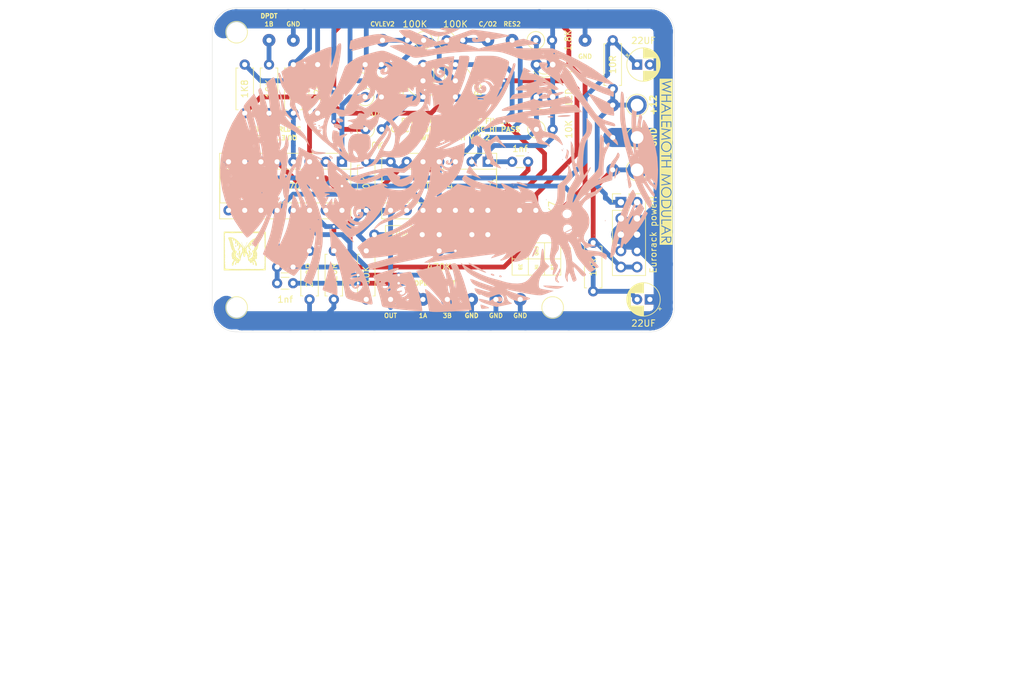
<source format=kicad_pcb>
(kicad_pcb (version 20171130) (host pcbnew "(5.1.0-0)")
  (layers (0 F.Cu signal) (31 B.Cu signal) (34 B.Paste user) (35 F.Paste user) (36 B.SilkS user hide) (37 F.SilkS user) (38 B.Mask user) (39 F.Mask user) (44 Edge.Cuts user))
  (net 0 "")
  (module TestPoint:TestPoint_Plated_Hole_D2.0mm (layer F.Cu) (at 196.85 31.75)
    (fp_text reference " " (at 0 -2.498) (layer F.SilkS))
    (fp_text value TestPoint_Plated_Hole_D2.0mm)
    (pad 1 thru_hole circle (at 0 0) (size 3 3) (drill 2) (layers *.Cu *.Mask))
  )
  (module TestPoint:TestPoint_Plated_Hole_D2.0mm (layer F.Cu) (at 196.85 74.93)
    (fp_text reference " " (at 0 -2.498) (layer F.SilkS))
    (fp_text value TestPoint_Plated_Hole_D2.0mm)
    (pad 1 thru_hole circle (at 0 0) (size 3 3) (drill 2) (layers *.Cu *.Mask))
  )
  (module TestPoint:TestPoint_Plated_Hole_D2.0mm (layer F.Cu) (at 246.38 74.93)
    (fp_text reference " " (at 0 -2.498) (layer F.SilkS))
    (fp_text value TestPoint_Plated_Hole_D2.0mm)
    (pad 1 thru_hole circle (at 0 0) (size 3 3) (drill 2) (layers *.Cu *.Mask))
  )
  (module Capacitor_THT:C_Axial_L3.8mm_D2.6mm_P7.50mm_Horizontal (layer F.Cu) (at 218.44 63.5)
    (fp_text reference 470NF (at 3.75 0) (layer F.SilkS))
    (fp_text value C_Axial_L3.8mm_D2.6mm_P7.50mm_Horizontal)
    (pad 2 thru_hole oval (at 7.5 0) (size 1.6 1.6) (drill 0.8) (layers *.Cu *.Mask))
    (pad 1 thru_hole circle (at 0 0) (size 1.6 1.6) (drill 0.8) (layers *.Cu *.Mask))
  )
  (module Custom:cigars4 (layer B.Cu) (at 228.6 53.34 90)
    (fp_text reference G*** hide)
    (fp_text value LOGO hide)
  )
  (module Connector_Wire:SolderWirePad_1x01_Drill0.8mm (layer F.Cu) (at 251.46 33.02)
    (fp_text reference GND (at 0 2.54 -180) (layer F.SilkS) (effects (font (size 0.7 0.7))))
    (fp_text value SolderWirePad_1x01_Drill0.8mm)
    (pad 1 thru_hole circle (at 0 0) (size 1.99898 1.99898) (drill 0.8001) (layers *.Cu *.Mask))
  )
  (module Connector_Wire:SolderWirePad_1x01_Drill0.8mm (layer F.Cu) (at 241.3 73.66)
    (fp_text reference GND (at 0 2.54 -180) (layer F.SilkS) (effects (font (size 0.7 0.7))))
    (fp_text value SolderWirePad_1x01_Drill0.8mm)
    (pad 1 thru_hole circle (at 0 0) (size 1.99898 1.99898) (drill 0.8001) (layers *.Cu *.Mask))
  )
  (module Connector_Wire:SolderWirePad_1x01_Drill0.8mm (layer F.Cu) (at 237.49 73.66)
    (fp_text reference GND (at 0 2.54 -180) (layer F.SilkS) (effects (font (size 0.7 0.7))))
    (fp_text value SolderWirePad_1x01_Drill0.8mm)
    (pad 1 thru_hole circle (at 0 0) (size 1.99898 1.99898) (drill 0.8001) (layers *.Cu *.Mask))
  )
  (module Connector_Wire:SolderWirePad_1x01_Drill0.8mm (layer F.Cu) (at 201.93 33.02 180)
    (fp_text reference 1B (at 0 2.54) (layer F.SilkS) (effects (font (size 0.7 0.7))))
    (fp_text value SolderWirePad_1x01_Drill0.8mm)
    (pad 1 thru_hole circle (at 0 0 180) (size 1.99898 1.99898) (drill 0.8001) (layers *.Cu *.Mask))
  )
  (module Capacitor_THT:C_Disc_D3.0mm_W1.6mm_P2.50mm (layer F.Cu) (at 203.2 71.12)
    (fp_text reference 1nf (at 1.27 2.54) (layer F.SilkS))
    (fp_text value C_Disc_D3.0mm_W1.6mm_P2.50mm)
    (pad 2 thru_hole circle (at 2.5 0) (size 1.6 1.6) (drill 0.8) (layers *.Cu *.Mask))
    (pad 1 thru_hole circle (at 0 0) (size 1.6 1.6) (drill 0.8) (layers *.Cu *.Mask))
  )
  (module Connector_Wire:SolderWirePad_1x01_Drill0.8mm (layer F.Cu) (at 229.87 73.66)
    (fp_text reference 3B (at 0 2.54 -180) (layer F.SilkS) (effects (font (size 0.7 0.7))))
    (fp_text value SolderWirePad_1x01_Drill0.8mm)
    (pad 1 thru_hole circle (at 0 0) (size 1.99898 1.99898) (drill 0.8001) (layers *.Cu *.Mask))
  )
  (module Connector_Wire:SolderWirePad_1x01_Drill0.8mm (layer F.Cu) (at 233.68 73.66)
    (fp_text reference " " (at 0 2.54 -180) (layer F.SilkS) (effects (font (size 0.7 0.7))))
    (fp_text value SolderWirePad_1x01_Drill0.8mm)
    (pad 1 thru_hole circle (at 0 0) (size 1.99898 1.99898) (drill 0.8001) (layers *.Cu *.Mask))
  )
  (module Connector_Wire:SolderWirePad_1x01_Drill0.8mm (layer F.Cu) (at 226.06 73.66)
    (fp_text reference 1A (at 0 2.54 -180) (layer F.SilkS) (effects (font (size 0.7 0.7))))
    (fp_text value SolderWirePad_1x01_Drill0.8mm)
    (pad 1 thru_hole circle (at 0 0) (size 1.99898 1.99898) (drill 0.8001) (layers *.Cu *.Mask))
  )
  (module Custom:texty7 (layer F.Cu) (at 264.16 52.07 270)
    (fp_text reference G*** hide)
    (fp_text value LOGO hide)
  )
  (module Custom:mothsupertiny (layer F.Cu) (at 198.12 66.04)
    (fp_text reference G*** hide)
    (fp_text value LOGO hide)
  )
  (module MountingHole:MountingHole_3.2mm_M3 (layer F.Cu) (at 196.85 31.75)
    (fp_text reference " " (at 0 -4.2) (layer F.SilkS))
    (fp_text value MountingHole_3.2mm_M3)
    (pad 1 np_thru_hole circle (at 0 0) (size 3.2 3.2) (drill 3.2) (layers *.Cu *.Mask))
  )
  (module MountingHole:MountingHole_3.2mm_M3 (layer F.Cu) (at 196.85 74.93)
    (fp_text reference " " (at 0 -4.2) (layer F.SilkS))
    (fp_text value MountingHole_3.2mm_M3)
    (pad 1 np_thru_hole circle (at 0 0) (size 3.2 3.2) (drill 3.2) (layers *.Cu *.Mask))
  )
  (module MountingHole:MountingHole_3.2mm_M3 (layer F.Cu) (at 246.38 74.93)
    (fp_text reference " " (at 0 -4.2) (layer F.SilkS))
    (fp_text value MountingHole_3.2mm_M3)
    (pad 1 np_thru_hole circle (at 0 0) (size 3.2 3.2) (drill 3.2) (layers *.Cu *.Mask))
  )
  (module Resistor_THT:R_Axial_DIN0207_L6.3mm_D2.5mm_P7.62mm_Horizontal (layer F.Cu) (at 198.12 44.45 90)
    (fp_text reference 1K8 (at 3.81 0 90) (layer F.SilkS))
    (fp_text value R_Axial_DIN0207_L6.3mm_D2.5mm_P7.62mm_Horizontal)
    (pad 1 thru_hole circle (at 0 0 90) (size 1.6 1.6) (drill 0.8) (layers *.Cu *.Mask))
    (pad 2 thru_hole oval (at 7.62 0 90) (size 1.6 1.6) (drill 0.8) (layers *.Cu *.Mask))
  )
  (module Resistor_THT:R_Axial_DIN0207_L6.3mm_D2.5mm_P2.54mm_Vertical (layer F.Cu) (at 217.07 46.99)
    (fp_text reference 10K (at 1.37 2.54 -180) (layer F.SilkS))
    (fp_text value R_Axial_DIN0207_L6.3mm_D2.5mm_P2.54mm_Vertical)
    (pad 1 thru_hole circle (at 0 0) (size 1.6 1.6) (drill 0.8) (layers *.Cu *.Mask))
    (pad 2 thru_hole oval (at 2.54 0) (size 1.6 1.6) (drill 0.8) (layers *.Cu *.Mask))
  )
  (module Resistor_THT:R_Axial_DIN0207_L6.3mm_D2.5mm_P7.62mm_Horizontal (layer F.Cu) (at 208.28 66.04 270)
    (fp_text reference 220R (at 3.81 0 270) (layer F.SilkS))
    (fp_text value R_Axial_DIN0207_L6.3mm_D2.5mm_P7.62mm_Horizontal)
    (pad 1 thru_hole circle (at 0 0 270) (size 1.6 1.6) (drill 0.8) (layers *.Cu *.Mask))
    (pad 2 thru_hole oval (at 7.62 0 270) (size 1.6 1.6) (drill 0.8) (layers *.Cu *.Mask))
  )
  (module Resistor_THT:R_Axial_DIN0207_L6.3mm_D2.5mm_P7.62mm_Horizontal (layer F.Cu) (at 212.09 66.04 270)
    (fp_text reference 220R (at 3.81 0 270) (layer F.SilkS))
    (fp_text value R_Axial_DIN0207_L6.3mm_D2.5mm_P7.62mm_Horizontal)
    (pad 1 thru_hole circle (at 0 0 270) (size 1.6 1.6) (drill 0.8) (layers *.Cu *.Mask))
    (pad 2 thru_hole oval (at 7.62 0 270) (size 1.6 1.6) (drill 0.8) (layers *.Cu *.Mask))
  )
  (module Resistor_THT:R_Axial_DIN0207_L6.3mm_D2.5mm_P7.62mm_Horizontal (layer F.Cu) (at 217.17 66.04 270)
    (fp_text reference 10K (at 3.81 0 270) (layer F.SilkS))
    (fp_text value R_Axial_DIN0207_L6.3mm_D2.5mm_P7.62mm_Horizontal)
    (pad 2 thru_hole oval (at 7.62 0 270) (size 1.6 1.6) (drill 0.8) (layers *.Cu *.Mask))
    (pad 1 thru_hole circle (at 0 0 270) (size 1.6 1.6) (drill 0.8) (layers *.Cu *.Mask))
  )
  (module Connector_Wire:SolderWirePad_1x01_Drill0.8mm (layer F.Cu) (at 205.74 33.02 180)
    (fp_text reference GND (at 0 2.54) (layer F.SilkS) (effects (font (size 0.7 0.7))))
    (fp_text value SolderWirePad_1x01_Drill0.8mm)
    (pad 1 thru_hole circle (at 0 0 180) (size 1.99898 1.99898) (drill 0.8001) (layers *.Cu *.Mask))
  )
  (module Resistor_THT:R_Axial_DIN0207_L6.3mm_D2.5mm_P7.62mm_Horizontal (layer F.Cu) (at 201.93 44.45 90)
    (fp_text reference 10K (at 3.81 0 90) (layer F.SilkS))
    (fp_text value R_Axial_DIN0207_L6.3mm_D2.5mm_P7.62mm_Horizontal)
    (pad 2 thru_hole oval (at 7.62 0 90) (size 1.6 1.6) (drill 0.8) (layers *.Cu *.Mask))
    (pad 1 thru_hole circle (at 0 0 90) (size 1.6 1.6) (drill 0.8) (layers *.Cu *.Mask))
  )
  (module Resistor_THT:R_Axial_DIN0207_L6.3mm_D2.5mm_P7.62mm_Horizontal (layer F.Cu) (at 209.55 44.45 90)
    (fp_text reference 220R (at 3.81 0 90) (layer F.SilkS))
    (fp_text value R_Axial_DIN0207_L6.3mm_D2.5mm_P7.62mm_Horizontal)
    (pad 2 thru_hole oval (at 7.62 0 90) (size 1.6 1.6) (drill 0.8) (layers *.Cu *.Mask))
    (pad 1 thru_hole circle (at 0 0 90) (size 1.6 1.6) (drill 0.8) (layers *.Cu *.Mask))
  )
  (module Resistor_THT:R_Axial_DIN0207_L6.3mm_D2.5mm_P7.62mm_Horizontal (layer F.Cu) (at 205.74 44.45 90)
    (fp_text reference 220R (at 3.81 0 90) (layer F.SilkS))
    (fp_text value R_Axial_DIN0207_L6.3mm_D2.5mm_P7.62mm_Horizontal)
    (pad 1 thru_hole circle (at 0 0 90) (size 1.6 1.6) (drill 0.8) (layers *.Cu *.Mask))
    (pad 2 thru_hole oval (at 7.62 0 90) (size 1.6 1.6) (drill 0.8) (layers *.Cu *.Mask))
  )
  (module Resistor_THT:R_Axial_DIN0207_L6.3mm_D2.5mm_P2.54mm_Vertical (layer F.Cu) (at 217 41.91)
    (fp_text reference 10K (at 1.37 2.54 -180) (layer F.SilkS))
    (fp_text value R_Axial_DIN0207_L6.3mm_D2.5mm_P2.54mm_Vertical)
    (pad 2 thru_hole oval (at 2.54 0) (size 1.6 1.6) (drill 0.8) (layers *.Cu *.Mask))
    (pad 1 thru_hole circle (at 0 0) (size 1.6 1.6) (drill 0.8) (layers *.Cu *.Mask))
  )
  (module Resistor_THT:R_Axial_DIN0207_L6.3mm_D2.5mm_P2.54mm_Vertical (layer F.Cu) (at 217 36.83)
    (fp_text reference 1K8 (at 1.37 2.54 -180) (layer F.SilkS))
    (fp_text value R_Axial_DIN0207_L6.3mm_D2.5mm_P2.54mm_Vertical)
    (pad 2 thru_hole oval (at 2.54 0) (size 1.6 1.6) (drill 0.8) (layers *.Cu *.Mask))
    (pad 1 thru_hole circle (at 0 0) (size 1.6 1.6) (drill 0.8) (layers *.Cu *.Mask))
  )
  (module Connector_Wire:SolderWirePad_1x01_Drill0.8mm (layer F.Cu) (at 219.71 33.02 180)
    (fp_text reference CVLEV2 (at 0 2.54) (layer F.SilkS) (effects (font (size 0.7 0.7))))
    (fp_text value SolderWirePad_1x01_Drill0.8mm)
    (pad 1 thru_hole circle (at 0 0 180) (size 1.99898 1.99898) (drill 0.8001) (layers *.Cu *.Mask))
  )
  (module Connector_Wire:SolderWirePad_1x01_Drill0.8mm (layer F.Cu) (at 236.22 33.02 180)
    (fp_text reference C/O2 (at 0 2.54) (layer F.SilkS) (effects (font (size 0.7 0.7))))
    (fp_text value SolderWirePad_1x01_Drill0.8mm)
    (pad 1 thru_hole circle (at 0 0 180) (size 1.99898 1.99898) (drill 0.8001) (layers *.Cu *.Mask))
  )
  (module Resistor_THT:R_Axial_DIN0207_L6.3mm_D2.5mm_P2.54mm_Vertical (layer F.Cu) (at 226.16 33.02 180)
    (fp_text reference 100K (at 1.37 2.54) (layer F.SilkS))
    (fp_text value R_Axial_DIN0207_L6.3mm_D2.5mm_P2.54mm_Vertical)
    (pad 1 thru_hole circle (at 0 0 180) (size 1.6 1.6) (drill 0.8) (layers *.Cu *.Mask))
    (pad 2 thru_hole oval (at 2.54 0 180) (size 1.6 1.6) (drill 0.8) (layers *.Cu *.Mask))
  )
  (module Resistor_THT:R_Axial_DIN0207_L6.3mm_D2.5mm_P2.54mm_Vertical (layer F.Cu) (at 229.77 33.02)
    (fp_text reference 100K (at 1.37 -2.54 -180) (layer F.SilkS))
    (fp_text value R_Axial_DIN0207_L6.3mm_D2.5mm_P2.54mm_Vertical)
    (pad 1 thru_hole circle (at 0 0) (size 1.6 1.6) (drill 0.8) (layers *.Cu *.Mask))
    (pad 2 thru_hole oval (at 2.54 0) (size 1.6 1.6) (drill 0.8) (layers *.Cu *.Mask))
  )
  (module Resistor_THT:R_Axial_DIN0207_L6.3mm_D2.5mm_P2.54mm_Vertical (layer F.Cu) (at 241.2 59.69)
    (fp_text reference 4K7 (at 5.08 0 -270) (layer F.SilkS))
    (fp_text value R_Axial_DIN0207_L6.3mm_D2.5mm_P2.54mm_Vertical)
    (pad 2 thru_hole oval (at 2.54 0) (size 1.6 1.6) (drill 0.8) (layers *.Cu *.Mask))
    (pad 1 thru_hole circle (at 0 0) (size 1.6 1.6) (drill 0.8) (layers *.Cu *.Mask))
  )
  (module Resistor_THT:R_Axial_DIN0207_L6.3mm_D2.5mm_P2.54mm_Vertical (layer F.Cu) (at 228.6 63.5 270)
    (fp_text reference 470K (at 5.08 0) (layer F.SilkS))
    (fp_text value R_Axial_DIN0207_L6.3mm_D2.5mm_P2.54mm_Vertical)
    (pad 1 thru_hole circle (at 0 0 270) (size 1.6 1.6) (drill 0.8) (layers *.Cu *.Mask))
    (pad 2 thru_hole oval (at 2.54 0 270) (size 1.6 1.6) (drill 0.8) (layers *.Cu *.Mask))
  )
  (module Package_TO_SOT_THT:TO-92L_Inline_Wide (layer F.Cu) (at 231.14 36.83 270)
    (fp_text reference BC558 (at 2.54 -3.56 270) (layer F.SilkS))
    (fp_text value TO-92L_Inline_Wide)
    (pad 2 thru_hole circle (at 2.54 0) (size 1.5 1.5) (drill 0.8) (layers *.Cu *.Mask))
    (pad 3 thru_hole circle (at 5.08 0) (size 1.5 1.5) (drill 0.8) (layers *.Cu *.Mask))
    (pad 1 thru_hole rect (at 0 0) (size 1.5 1.5) (drill 0.8) (layers *.Cu *.Mask))
  )
  (module Package_TO_SOT_THT:TO-92L_Inline_Wide (layer F.Cu) (at 226.06 41.91 90)
    (fp_text reference BC558 (at 2.54 -3.56 90) (layer F.SilkS))
    (fp_text value TO-92L_Inline_Wide)
    (pad 1 thru_hole rect (at 0 0 180) (size 1.5 1.5) (drill 0.8) (layers *.Cu *.Mask))
    (pad 3 thru_hole circle (at 5.08 0 180) (size 1.5 1.5) (drill 0.8) (layers *.Cu *.Mask))
    (pad 2 thru_hole circle (at 2.54 0 180) (size 1.5 1.5) (drill 0.8) (layers *.Cu *.Mask))
  )
  (module Resistor_THT:R_Axial_DIN0207_L6.3mm_D2.5mm_P7.62mm_Horizontal (layer F.Cu) (at 217.17 59.69 90)
    (fp_text reference 10K (at 3.81 0 90) (layer F.SilkS))
    (fp_text value R_Axial_DIN0207_L6.3mm_D2.5mm_P7.62mm_Horizontal)
    (pad 1 thru_hole circle (at 0 0 90) (size 1.6 1.6) (drill 0.8) (layers *.Cu *.Mask))
    (pad 2 thru_hole oval (at 7.62 0 90) (size 1.6 1.6) (drill 0.8) (layers *.Cu *.Mask))
  )
  (module Connector_Wire:SolderWirePad_1x01_Drill0.8mm (layer F.Cu) (at 240.03 33.02 180)
    (fp_text reference RES2 (at 0 2.54) (layer F.SilkS) (effects (font (size 0.7 0.7))))
    (fp_text value SolderWirePad_1x01_Drill0.8mm)
    (pad 1 thru_hole circle (at 0 0 180) (size 1.99898 1.99898) (drill 0.8001) (layers *.Cu *.Mask))
  )
  (module Resistor_THT:R_Axial_DIN0207_L6.3mm_D2.5mm_P2.54mm_Vertical (layer F.Cu) (at 243.74 33.02)
    (fp_text reference 1.8K (at 5.08 0 90) (layer F.SilkS))
    (fp_text value R_Axial_DIN0207_L6.3mm_D2.5mm_P2.54mm_Vertical)
    (pad 1 thru_hole circle (at 0 0) (size 1.6 1.6) (drill 0.8) (layers *.Cu *.Mask))
    (pad 2 thru_hole oval (at 2.54 0) (size 1.6 1.6) (drill 0.8) (layers *.Cu *.Mask))
  )
  (module LED_THT:LED_D3.0mm_FlatTop (layer F.Cu) (at 246.38 36.83 180)
    (fp_text reference LED (at -2.54 0 90) (layer F.SilkS))
    (fp_text value LED_D3.0mm_FlatTop)
    (pad 1 thru_hole rect (at 0 0 180) (size 1.8 1.8) (drill 0.9) (layers *.Cu *.Mask))
    (pad 2 thru_hole circle (at 2.54 0 180) (size 1.8 1.8) (drill 0.9) (layers *.Cu *.Mask))
  )
  (module LED_THT:LED_D3.0mm_FlatTop (layer F.Cu) (at 243.84 41.91)
    (fp_text reference LED (at 5.08 0 90) (layer F.SilkS))
    (fp_text value LED_D3.0mm_FlatTop)
    (pad 2 thru_hole circle (at 2.54 0) (size 1.8 1.8) (drill 0.9) (layers *.Cu *.Mask))
    (pad 1 thru_hole rect (at 0 0) (size 1.8 1.8) (drill 0.9) (layers *.Cu *.Mask))
  )
  (module Resistor_THT:R_Axial_DIN0207_L6.3mm_D2.5mm_P2.54mm_Vertical (layer F.Cu) (at 243.84 46.99)
    (fp_text reference 10K (at 5.08 0 90) (layer F.SilkS))
    (fp_text value R_Axial_DIN0207_L6.3mm_D2.5mm_P2.54mm_Vertical)
    (pad 2 thru_hole oval (at 2.54 0) (size 1.6 1.6) (drill 0.8) (layers *.Cu *.Mask))
    (pad 1 thru_hole circle (at 0 0) (size 1.6 1.6) (drill 0.8) (layers *.Cu *.Mask))
  )
  (module Connector_Wire:SolderWirePad_1x01_Drill0.8mm (layer F.Cu) (at 220.98 73.66)
    (fp_text reference OUT (at 0 2.54 180) (layer F.SilkS) (effects (font (size 0.7 0.7))))
    (fp_text value SolderWirePad_1x01_Drill0.8mm)
    (pad 1 thru_hole circle (at 0 0) (size 1.99898 1.99898) (drill 0.8001) (layers *.Cu *.Mask))
  )
  (module Capacitor_THT:C_Disc_D3.0mm_W1.6mm_P2.50mm (layer F.Cu) (at 236.22 63.5 180)
    (fp_text reference 4.7nf (at 1.25 -2.05 180) (layer F.SilkS))
    (fp_text value C_Disc_D3.0mm_W1.6mm_P2.50mm)
    (pad 2 thru_hole circle (at 2.5 0 180) (size 1.6 1.6) (drill 0.8) (layers *.Cu *.Mask))
    (pad 1 thru_hole circle (at 0 0 180) (size 1.6 1.6) (drill 0.8) (layers *.Cu *.Mask))
  )
  (module Capacitor_THT:C_Disc_D3.0mm_W1.6mm_P2.50mm (layer F.Cu) (at 240.03 52.07)
    (fp_text reference 1nf (at 1.25 -2.05) (layer F.SilkS))
    (fp_text value C_Disc_D3.0mm_W1.6mm_P2.50mm)
    (pad 2 thru_hole circle (at 2.5 0) (size 1.6 1.6) (drill 0.8) (layers *.Cu *.Mask))
    (pad 1 thru_hole circle (at 0 0) (size 1.6 1.6) (drill 0.8) (layers *.Cu *.Mask))
  )
  (module Capacitor_THT:C_Disc_D3.0mm_W1.6mm_P2.50mm (layer F.Cu) (at 203.2 68.58)
    (fp_text reference 1nf (at 1.25 -2.05) (layer F.SilkS))
    (fp_text value C_Disc_D3.0mm_W1.6mm_P2.50mm)
    (pad 1 thru_hole circle (at 0 0) (size 1.6 1.6) (drill 0.8) (layers *.Cu *.Mask))
    (pad 2 thru_hole circle (at 2.5 0) (size 1.6 1.6) (drill 0.8) (layers *.Cu *.Mask))
  )
  (module Package_DIP:DIP-16_W7.62mm_Socket (layer F.Cu) (at 213.36 52.07 270)
    (fp_text reference LM13700 (at 3.81 8.89) (layer F.SilkS))
    (fp_text value DIP-16_W7.62mm_Socket)
    (pad 16 thru_hole oval (at 7.62 0 270) (size 1.6 1.6) (drill 0.8) (layers *.Cu *.Mask))
    (pad 8 thru_hole oval (at 0 17.78 270) (size 1.6 1.6) (drill 0.8) (layers *.Cu *.Mask))
    (pad 15 thru_hole oval (at 7.62 2.54 270) (size 1.6 1.6) (drill 0.8) (layers *.Cu *.Mask))
    (pad 7 thru_hole oval (at 0 15.24 270) (size 1.6 1.6) (drill 0.8) (layers *.Cu *.Mask))
    (pad 14 thru_hole oval (at 7.62 5.08 270) (size 1.6 1.6) (drill 0.8) (layers *.Cu *.Mask))
    (pad 6 thru_hole oval (at 0 12.7 270) (size 1.6 1.6) (drill 0.8) (layers *.Cu *.Mask))
    (pad 13 thru_hole oval (at 7.62 7.62 270) (size 1.6 1.6) (drill 0.8) (layers *.Cu *.Mask))
    (pad 5 thru_hole oval (at 0 10.16 270) (size 1.6 1.6) (drill 0.8) (layers *.Cu *.Mask))
    (pad 12 thru_hole oval (at 7.62 10.16 270) (size 1.6 1.6) (drill 0.8) (layers *.Cu *.Mask))
    (pad 4 thru_hole oval (at 0 7.62 270) (size 1.6 1.6) (drill 0.8) (layers *.Cu *.Mask))
    (pad 11 thru_hole oval (at 7.62 12.7 270) (size 1.6 1.6) (drill 0.8) (layers *.Cu *.Mask))
    (pad 3 thru_hole oval (at 0 5.08 270) (size 1.6 1.6) (drill 0.8) (layers *.Cu *.Mask))
    (pad 10 thru_hole oval (at 7.62 15.24 270) (size 1.6 1.6) (drill 0.8) (layers *.Cu *.Mask))
    (pad 2 thru_hole oval (at 0 2.54 270) (size 1.6 1.6) (drill 0.8) (layers *.Cu *.Mask))
    (pad 9 thru_hole oval (at 7.62 17.78 270) (size 1.6 1.6) (drill 0.8) (layers *.Cu *.Mask))
    (pad 1 thru_hole rect (at 0 0 270) (size 1.6 1.6) (drill 0.8) (layers *.Cu *.Mask))
  )
  (module Package_DIP:DIP-14_W7.62mm_Socket (layer F.Cu) (at 236.22 52.07 270)
    (fp_text reference TL074 (at 3.81 7.62) (layer F.SilkS))
    (fp_text value DIP-14_W7.62mm_Socket)
    (pad 14 thru_hole oval (at 7.62 0 270) (size 1.6 1.6) (drill 0.8) (layers *.Cu *.Mask))
    (pad 7 thru_hole oval (at 0 15.24 270) (size 1.6 1.6) (drill 0.8) (layers *.Cu *.Mask))
    (pad 13 thru_hole oval (at 7.62 2.54 270) (size 1.6 1.6) (drill 0.8) (layers *.Cu *.Mask))
    (pad 6 thru_hole oval (at 0 12.7 270) (size 1.6 1.6) (drill 0.8) (layers *.Cu *.Mask))
    (pad 12 thru_hole oval (at 7.62 5.08 270) (size 1.6 1.6) (drill 0.8) (layers *.Cu *.Mask))
    (pad 5 thru_hole oval (at 0 10.16 270) (size 1.6 1.6) (drill 0.8) (layers *.Cu *.Mask))
    (pad 11 thru_hole oval (at 7.62 7.62 270) (size 1.6 1.6) (drill 0.8) (layers *.Cu *.Mask))
    (pad 4 thru_hole oval (at 0 7.62 270) (size 1.6 1.6) (drill 0.8) (layers *.Cu *.Mask))
    (pad 10 thru_hole oval (at 7.62 10.16 270) (size 1.6 1.6) (drill 0.8) (layers *.Cu *.Mask))
    (pad 3 thru_hole oval (at 0 5.08 270) (size 1.6 1.6) (drill 0.8) (layers *.Cu *.Mask))
    (pad 9 thru_hole oval (at 7.62 12.7 270) (size 1.6 1.6) (drill 0.8) (layers *.Cu *.Mask))
    (pad 2 thru_hole oval (at 0 2.54 270) (size 1.6 1.6) (drill 0.8) (layers *.Cu *.Mask))
    (pad 8 thru_hole oval (at 7.62 15.24 270) (size 1.6 1.6) (drill 0.8) (layers *.Cu *.Mask))
    (pad 1 thru_hole rect (at 0 0 270) (size 1.6 1.6) (drill 0.8) (layers *.Cu *.Mask))
  )
  (module Resistor_THT:R_Axial_DIN0207_L6.3mm_D2.5mm_P7.62mm_Horizontal (layer F.Cu) (at 255.8 40.64 90)
    (fp_text reference 10R (at 3.81 0 90) (layer F.SilkS))
    (fp_text value R_Axial_DIN0207_L6.3mm_D2.5mm_P7.62mm_Horizontal)
    (pad 2 thru_hole oval (at 7.62 0 90) (size 1.6 1.6) (drill 0.8) (layers *.Cu *.Mask))
    (pad 1 thru_hole circle (at 0 0 90) (size 1.6 1.6) (drill 0.8) (layers *.Cu *.Mask))
  )
  (module Capacitor_THT:CP_Radial_D5.0mm_P2.00mm (layer F.Cu) (at 261.62 73.66 180)
    (fp_text reference 22UF (at 1 -3.75 180) (layer F.SilkS))
    (fp_text value CP_Radial_D5.0mm_P2.00mm)
    (pad 1 thru_hole rect (at 0 0 180) (size 1.6 1.6) (drill 0.8) (layers *.Cu *.Mask))
    (pad 2 thru_hole circle (at 2 0 180) (size 1.6 1.6) (drill 0.8) (layers *.Cu *.Mask))
  )
  (module Connector_PinHeader_2.54mm:PinHeader_2x05_P2.54mm_Vertical (layer F.Cu) (at 257.07 58.42)
    (fp_text reference "Eurorack power!" (at 5.08 5.08 90) (layer F.SilkS))
    (fp_text value PinHeader_2x05_P2.54mm_Vertical)
    (pad 1 thru_hole rect (at 0 0) (size 1.7 1.7) (drill 1) (layers *.Cu *.Mask))
    (pad 2 thru_hole oval (at 2.54 0) (size 1.7 1.7) (drill 1) (layers *.Cu *.Mask))
    (pad 3 thru_hole oval (at 0 2.54) (size 1.7 1.7) (drill 1) (layers *.Cu *.Mask))
    (pad 4 thru_hole oval (at 2.54 2.54) (size 1.7 1.7) (drill 1) (layers *.Cu *.Mask))
    (pad 5 thru_hole oval (at 0 5.08) (size 1.7 1.7) (drill 1) (layers *.Cu *.Mask))
    (pad 6 thru_hole oval (at 2.54 5.08) (size 1.7 1.7) (drill 1) (layers *.Cu *.Mask))
    (pad 7 thru_hole oval (at 0 7.62) (size 1.7 1.7) (drill 1) (layers *.Cu *.Mask))
    (pad 8 thru_hole oval (at 2.54 7.62) (size 1.7 1.7) (drill 1) (layers *.Cu *.Mask))
    (pad 9 thru_hole oval (at 0 10.16) (size 1.7 1.7) (drill 1) (layers *.Cu *.Mask))
    (pad 10 thru_hole oval (at 2.54 10.16) (size 1.7 1.7) (drill 1) (layers *.Cu *.Mask))
  )
  (module TestPoint:TestPoint_Plated_Hole_D2.0mm (layer F.Cu) (at 259.61 53.34)
    (fp_text reference " " (at 0 -2.498) (layer F.SilkS))
    (fp_text value TestPoint_Plated_Hole_D2.0mm)
    (pad 1 thru_hole circle (at 0 0) (size 3 3) (drill 2) (layers *.Cu *.Mask))
  )
  (module TestPoint:TestPoint_Plated_Hole_D2.0mm (layer F.Cu) (at 259.61 48.26)
    (fp_text reference " " (at 0 -2.498) (layer F.SilkS))
    (fp_text value TestPoint_Plated_Hole_D2.0mm)
    (pad 1 thru_hole circle (at 0 0) (size 3 3) (drill 2) (layers *.Cu *.Mask))
  )
  (module TestPoint:TestPoint_Plated_Hole_D2.0mm (layer F.Cu) (at 259.61 43.18)
    (fp_text reference " " (at 0 -2.498) (layer F.SilkS))
    (fp_text value TestPoint_Plated_Hole_D2.0mm)
    (pad 1 thru_hole circle (at 0 0) (size 3 3) (drill 2) (layers *.Cu *.Mask))
  )
  (module Connector_Wire:SolderWirePad_1x01_Drill0.8mm (layer F.Cu) (at 255.8 53.34)
    (fp_text reference " " (at 0 -2.54) (layer F.SilkS))
    (fp_text value SolderWirePad_1x01_Drill0.8mm)
    (pad 1 thru_hole circle (at 0 0) (size 1.99898 1.99898) (drill 0.8001) (layers *.Cu *.Mask))
  )
  (module Connector_Wire:SolderWirePad_1x01_Drill0.8mm (layer F.Cu) (at 255.8 48.26)
    (fp_text reference " " (at 0 -2.54) (layer F.SilkS))
    (fp_text value SolderWirePad_1x01_Drill0.8mm)
    (pad 1 thru_hole circle (at 0 0) (size 1.99898 1.99898) (drill 0.8001) (layers *.Cu *.Mask))
  )
  (module Capacitor_THT:CP_Radial_D5.0mm_P2.00mm (layer F.Cu) (at 259.61 36.83)
    (fp_text reference 22UF (at 1 -3.75) (layer F.SilkS))
    (fp_text value CP_Radial_D5.0mm_P2.00mm)
    (pad 2 thru_hole circle (at 2 0) (size 1.6 1.6) (drill 0.8) (layers *.Cu *.Mask))
    (pad 1 thru_hole rect (at 0 0) (size 1.6 1.6) (drill 0.8) (layers *.Cu *.Mask))
  )
  (module Resistor_THT:R_Axial_DIN0207_L6.3mm_D2.5mm_P7.62mm_Horizontal (layer F.Cu) (at 252.73 72.39 90)
    (fp_text reference 10R (at 3.81 0 90) (layer F.SilkS))
    (fp_text value R_Axial_DIN0207_L6.3mm_D2.5mm_P7.62mm_Horizontal)
    (pad 2 thru_hole oval (at 7.62 0 90) (size 1.6 1.6) (drill 0.8) (layers *.Cu *.Mask))
    (pad 1 thru_hole circle (at 0 0 90) (size 1.6 1.6) (drill 0.8) (layers *.Cu *.Mask))
  )
  (module Connector_Wire:SolderWirePad_1x01_Drill0.8mm (layer F.Cu) (at 255.8 43.18)
    (fp_text reference " " (at 0 -2.54) (layer F.SilkS))
    (fp_text value SolderWirePad_1x01_Drill0.8mm)
    (pad 1 thru_hole circle (at 0 0) (size 1.99898 1.99898) (drill 0.8001) (layers *.Cu *.Mask))
  )
  (module "" (layer F.Cu) (at 160.02 64.77)
    (fp_text reference "" (at 127 71.12) (layer F.SilkS) (effects (font (size 1.27 1.27))))
    (fp_text value "" (at 127 71.12) (layer F.SilkS) (effects (font (size 1.27 1.27))))
  )
  (module "" (layer F.Cu) (at 160.02 59.69)
    (fp_text reference "" (at 160.02 57.15) (layer F.SilkS) (effects (font (size 1.27 1.27))))
    (fp_text value "" (at 160.02 57.15) (layer F.SilkS) (effects (font (size 1.27 1.27))))
  )
  (gr_text "QUIET HERE" (at 203.2 48.26 180) (layer F.SilkS) (effects (font (size 0.7 0.7) (thickness 0.175))))
  (gr_text "THE WORLD IS" (at 203.2 46.99) (layer F.SilkS) (effects (font (size 0.7 0.7) (thickness 0.175))))
  (gr_text GND (at 233.68 76.2) (layer F.SilkS) (effects (font (size 0.7 0.7) (thickness 0.175))))
  (gr_text "DPDT\n" (at 229.87 71.12) (layer F.SilkS) (effects (font (size 0.7 0.7) (thickness 0.175))))
  (gr_text "DPDT\n" (at 226.06 71.12) (layer F.SilkS) (effects (font (size 0.7 0.7) (thickness 0.175))))
  (gr_line (start 247.65 67.31) (end 240.03 67.31) (layer F.SilkS) (width 0.12))
  (gr_line (start 242.57 64.77) (end 242.57 69.85) (layer F.SilkS) (width 0.12))
  (gr_line (start 245.11 64.77) (end 245.11 69.85) (layer F.SilkS) (width 0.12))
  (gr_line (start 247.65 64.77) (end 240.03 64.77) (layer F.SilkS) (width 0.12))
  (gr_line (start 240.03 64.77) (end 240.03 69.85) (layer F.SilkS) (width 0.12))
  (gr_line (start 247.65 69.85) (end 240.03 69.85) (layer F.SilkS) (width 0.12))
  (gr_line (start 247.65 64.77) (end 247.65 69.85) (layer F.SilkS) (width 0.12))
  (gr_text 3B (at 241.3 68.58 270) (layer F.SilkS) (effects (font (size 0.5 0.5) (thickness 0.125))))
  (gr_text " " (at 241.3 66.04 270) (layer F.SilkS) (effects (font (size 0.5 0.5) (thickness 0.125))))
  (gr_text IN (at 243.84 68.58 270) (layer F.SilkS) (effects (font (size 0.5 0.5) (thickness 0.125))))
  (gr_text "GND\n" (at 243.84 66.04 270) (layer F.SilkS) (effects (font (size 0.5 0.5) (thickness 0.125))))
  (gr_text 1B (at 246.38 68.58 270) (layer F.SilkS) (effects (font (size 0.5 0.5) (thickness 0.125))))
  (gr_text 1A (at 246.38 66.04 270) (layer F.SilkS) (effects (font (size 0.5 0.5) (thickness 0.125))))
  (gr_line (start 250.19 62.23) (end 247.65 63.5) (layer B.SilkS) (width 0.12))
  (gr_line (start 248.92 63.5) (end 250.19 62.23) (layer B.SilkS) (width 0.12))
  (gr_text "DPDT MAP" (at 248.92 67.31 270) (layer F.SilkS) (effects (font (size 0.5 0.5) (thickness 0.125))))
  (gr_text "RENE SCHMITZ MS20 FILTER\nCLACKTRONICS w/ LMNC HI PASS\nWHALEMOTH V 1.2" (at 231.14 46.99) (layer F.SilkS) (effects (font (size 0.8 0.8) (thickness 0.175))))
  (gr_text "DPDT\n" (at 201.93 29.21) (layer F.SilkS) (effects (font (size 0.7 0.7) (thickness 0.175))))
  (gr_line (start 265.43 34.29) (end 265.43 35.56) (layer Edge.Cuts) (width 0.05))
  (gr_line (start 265.43 33.02) (end 265.43 34.29) (layer Edge.Cuts) (width 0.05))
  (gr_line (start 265.43 31.75) (end 265.43 33.02) (layer Edge.Cuts) (width 0.05))
  (gr_line (start 196.85 27.94) (end 261.62 27.94) (layer Edge.Cuts) (width 0.05))
  (gr_arc (start 261.62 31.75) (end 265.43 31.75) (angle -90) (layer Edge.Cuts) (width 0.05))
  (gr_line (start 265.43 74.93) (end 265.43 33.02) (layer Edge.Cuts) (width 0.05))
  (gr_line (start 260.35 78.74) (end 261.62 78.74) (layer Edge.Cuts) (width 0.05))
  (gr_arc (start 261.62 74.93) (end 261.62 78.74) (angle -90) (layer Edge.Cuts) (width 0.05))
  (gr_line (start 196.85 78.74) (end 260.35 78.74) (layer Edge.Cuts) (width 0.05))
  (gr_line (start 193.04 31.75) (end 193.04 74.93) (layer Edge.Cuts) (width 0.05))
  (gr_arc (start 196.85 31.75) (end 196.85 27.94) (angle -90) (layer Edge.Cuts) (width 0.05))
  (gr_arc (start 196.85 74.93) (end 193.04 74.93) (angle -90) (layer Edge.Cuts) (width 0.05))
  (gr_text -12 (at 262.15 53.34 90) (layer B.SilkS) (effects (font (size 1 1) (thickness 0.25)) (justify mirror)))
  (gr_text -12 (at 262.15 53.34 90) (layer F.SilkS) (effects (font (size 1 1) (thickness 0.25))))
  (gr_text GND (at 262.15 48.26 90) (layer F.SilkS) (effects (font (size 1 1) (thickness 0.25))))
  (gr_text +12 (at 262.15 43.18 90) (layer F.SilkS) (effects (font (size 1 1) (thickness 0.25))))
  (segment (start 257.919999 62.650001) (end 257.919999 62.339999) (width 3) (layer B.Cu) (net 0))
  (segment (start 257.07 63.5) (end 257.919999 62.650001) (width 3) (layer B.Cu) (net 0))
  (segment (start 258.230001 62.339999) (end 258.34 62.23) (width 3) (layer B.Cu) (net 0))
  (segment (start 257.919999 62.339999) (end 258.230001 62.339999) (width 3) (layer B.Cu) (net 0))
  (segment (start 259.61 53.34) (end 255.8 53.34) (width 0.75) (layer B.Cu) (net 0))
  (segment (start 257.07 58.42) (end 259.61 58.42) (width 0.75) (layer B.Cu) (net 0))
  (segment (start 257.07 68.58) (end 259.61 68.58) (width 0.75) (layer B.Cu) (net 0))
  (segment (start 257.07 68.58) (end 253.26 64.77) (width 0.75) (layer B.Cu) (net 0))
  (segment (start 255.8 40.64) (end 255.8 43.18) (width 0.75) (layer B.Cu) (net 0))
  (segment (start 255.8 43.18) (end 259.61 43.18) (width 0.75) (layer B.Cu) (net 0))
  (segment (start 258.075 35.295) (end 259.61 36.83) (width 0.75) (layer B.Cu) (net 0))
  (segment (start 255.8 33.02) (end 258.075 35.295) (width 0.75) (layer B.Cu) (net 0))
  (segment (start 252.73 56.41) (end 255.8 53.34) (width 0.75) (layer F.Cu) (net 0))
  (segment (start 252.73 64.77) (end 252.73 56.41) (width 0.75) (layer F.Cu) (net 0))
  (segment (start 257.07 58.42) (end 255.47 58.42) (width 0.75) (layer B.Cu) (net 0))
  (segment (start 258.35 72.39) (end 259.62 73.66) (width 0.75) (layer B.Cu) (net 0))
  (segment (start 252.73 72.39) (end 258.35 72.39) (width 0.75) (layer B.Cu) (net 0))
  (segment (start 261.62 73.66) (end 264.16 73.66) (width 0.75) (layer B.Cu) (net 0))
  (segment (start 246.38 54.61) (end 247.65 54.61) (width 0.75) (layer B.Cu) (net 0))
  (segment (start 247.65 54.61) (end 248.92 54.61) (width 0.75) (layer B.Cu) (net 0))
  (segment (start 228.6 52.07) (end 228.6 54.61) (width 0.75) (layer B.Cu) (net 0))
  (segment (start 247.65 54.61) (end 228.6 54.61) (width 0.75) (layer B.Cu) (net 0))
  (segment (start 209.55 54.61) (end 209.55 54.61) (width 0.75) (layer B.Cu) (net 0))
  (segment (start 212.09 54.61) (end 210.82 55.88) (width 0.75) (layer B.Cu) (net 0))
  (via (at 209.55 54.61) (size 0.8) (drill 0.4) (layers F.Cu B.Cu) (net 0))
  (segment (start 213.36 55.88) (end 213.36 55.88) (width 0.75) (layer B.Cu) (net 0))
  (via (at 213.36 55.88) (size 0.8) (drill 0.4) (layers F.Cu B.Cu) (net 0))
  (segment (start 209.55 54.61) (end 210.82 54.61) (width 0.75) (layer F.Cu) (net 0))
  (segment (start 212.09 55.88) (end 213.36 55.88) (width 0.75) (layer F.Cu) (net 0))
  (segment (start 210.82 54.61) (end 212.09 55.88) (width 0.75) (layer F.Cu) (net 0))
  (segment (start 200.66 55.88) (end 200.66 59.69) (width 0.75) (layer B.Cu) (net 0))
  (segment (start 210.82 55.88) (end 200.66 55.88) (width 0.75) (layer B.Cu) (net 0))
  (segment (start 228.6 55.88) (end 228.6 59.69) (width 0.75) (layer B.Cu) (net 0))
  (segment (start 209.55 54.61) (end 200.66 54.61) (width 0.75) (layer B.Cu) (net 0))
  (segment (start 200.66 54.61) (end 200.66 52.07) (width 0.75) (layer B.Cu) (net 0))
  (segment (start 203.2 59.69) (end 203.2 63.5) (width 0.75) (layer B.Cu) (net 0))
  (segment (start 203.2 59.69) (end 205.74 57.15) (width 0.75) (layer B.Cu) (net 0))
  (segment (start 224.79 57.15) (end 226.06 58.42) (width 0.75) (layer B.Cu) (net 0))
  (segment (start 226.06 58.42) (end 226.06 59.69) (width 0.75) (layer B.Cu) (net 0))
  (segment (start 223.52 59.69) (end 222.25 58.42) (width 0.75) (layer B.Cu) (net 0))
  (segment (start 222.25 58.42) (end 220.98 59.69) (width 0.75) (layer B.Cu) (net 0))
  (segment (start 236.22 52.07) (end 240.03 52.07) (width 0.75) (layer B.Cu) (net 0))
  (segment (start 228.6 54.61) (end 226.06 52.07) (width 0.75) (layer F.Cu) (net 0))
  (segment (start 241.3 54.61) (end 228.6 54.61) (width 0.75) (layer F.Cu) (net 0))
  (segment (start 242.53 53.38) (end 241.3 54.61) (width 0.75) (layer F.Cu) (net 0))
  (segment (start 242.53 52.07) (end 242.53 53.38) (width 0.75) (layer F.Cu) (net 0))
  (segment (start 236.22 59.69) (end 236.22 63.5) (width 0.75) (layer B.Cu) (net 0))
  (segment (start 233.72 59.73) (end 233.68 59.69) (width 0.75) (layer B.Cu) (net 0))
  (segment (start 233.72 63.5) (end 233.72 59.73) (width 0.75) (layer B.Cu) (net 0))
  (segment (start 220.98 63.5) (end 220.98 59.69) (width 0.75) (layer B.Cu) (net 0))
  (segment (start 220.98 66) (end 220.98 74.93) (width 0.75) (layer B.Cu) (net 0))
  (segment (start 243.84 46.99) (end 243.84 36.83) (width 0.75) (layer B.Cu) (net 0))
  (segment (start 246.38 36.83) (end 246.38 46.99) (width 0.75) (layer B.Cu) (net 0))
  (segment (start 243.84 33.12) (end 243.74 33.02) (width 0.75) (layer B.Cu) (net 0))
  (segment (start 243.84 36.83) (end 243.84 33.12) (width 0.75) (layer B.Cu) (net 0))
  (segment (start 246.38 36.83) (end 246.38 29.21) (width 0.75) (layer B.Cu) (net 0))
  (segment (start 236.22 50.52) (end 237.21 49.53) (width 0.75) (layer B.Cu) (net 0))
  (segment (start 236.22 52.07) (end 236.22 50.52) (width 0.75) (layer B.Cu) (net 0))
  (segment (start 237.21 49.53) (end 245.11 49.53) (width 0.75) (layer B.Cu) (net 0))
  (segment (start 245.11 49.53) (end 246.38 48.26) (width 0.75) (layer B.Cu) (net 0))
  (segment (start 246.38 48.26) (end 246.38 46.99) (width 0.75) (layer B.Cu) (net 0))
  (segment (start 243.84 46.99) (end 242.57 48.26) (width 0.75) (layer B.Cu) (net 0))
  (segment (start 242.57 48.26) (end 236.22 48.26) (width 0.75) (layer B.Cu) (net 0))
  (segment (start 236.22 48.26) (end 234.95 49.53) (width 0.75) (layer B.Cu) (net 0))
  (segment (start 234.95 50.8) (end 233.68 52.07) (width 0.75) (layer B.Cu) (net 0))
  (segment (start 234.95 49.53) (end 234.95 50.8) (width 0.75) (layer B.Cu) (net 0))
  (segment (start 220.98 52.07) (end 222.25 53.34) (width 0.75) (layer B.Cu) (net 0))
  (segment (start 222.25 53.34) (end 223.52 52.07) (width 0.75) (layer B.Cu) (net 0))
  (segment (start 231.14 52.07) (end 233.68 49.53) (width 0.75) (layer B.Cu) (net 0))
  (segment (start 233.68 49.53) (end 233.68 48.26) (width 0.75) (layer B.Cu) (net 0))
  (segment (start 233.68 48.26) (end 234.95 46.99) (width 0.75) (layer B.Cu) (net 0))
  (segment (start 234.95 46.99) (end 240.03 46.99) (width 0.75) (layer B.Cu) (net 0))
  (segment (start 240.03 46.99) (end 241.3 45.72) (width 0.75) (layer B.Cu) (net 0))
  (segment (start 241.3 45.72) (end 241.3 34.29) (width 0.75) (layer B.Cu) (net 0))
  (segment (start 241.3 34.29) (end 240.03 33.02) (width 0.75) (layer B.Cu) (net 0))
  (segment (start 212.09 54.61) (end 228.6 54.61) (width 0.75) (layer B.Cu) (net 0))
  (segment (start 213.36 55.88) (end 228.6 55.88) (width 0.75) (layer B.Cu) (net 0))
  (segment (start 205.74 57.15) (end 224.79 57.15) (width 0.75) (layer B.Cu) (net 0))
  (segment (start 228.6 59.69) (end 228.6 63.5) (width 0.75) (layer B.Cu) (net 0))
  (segment (start 231.18 66.04) (end 233.72 63.5) (width 0.75) (layer B.Cu) (net 0))
  (segment (start 228.6 66.04) (end 231.14 66.04) (width 0.75) (layer B.Cu) (net 0))
  (segment (start 231.14 66.04) (end 231.18 66.04) (width 0.75) (layer B.Cu) (net 0))
  (via (at 231.14 66.04) (size 0.8) (drill 0.4) (layers F.Cu B.Cu) (net 0))
  (segment (start 231.14 66.04) (end 237.49 66.04) (width 0.75) (layer F.Cu) (net 0))
  (segment (start 240.03 46.99) (end 238.76 45.72) (width 0.75) (layer F.Cu) (net 0))
  (segment (start 237.49 66.04) (end 238.76 64.77) (width 0.75) (layer F.Cu) (net 0))
  (segment (start 238.76 64.77) (end 238.76 57.15) (width 0.75) (layer F.Cu) (net 0))
  (segment (start 238.76 57.15) (end 240.03 55.88) (width 0.75) (layer F.Cu) (net 0))
  (segment (start 243.84 49.53) (end 242.57 49.53) (width 0.75) (layer F.Cu) (net 0))
  (segment (start 240.03 55.88) (end 242.57 55.88) (width 0.75) (layer F.Cu) (net 0))
  (segment (start 242.57 55.88) (end 245.11 53.34) (width 0.75) (layer F.Cu) (net 0))
  (segment (start 245.11 53.34) (end 245.11 50.8) (width 0.75) (layer F.Cu) (net 0))
  (segment (start 242.57 49.53) (end 240.03 46.99) (width 0.75) (layer F.Cu) (net 0))
  (segment (start 245.11 50.8) (end 243.84 49.53) (width 0.75) (layer F.Cu) (net 0))
  (segment (start 238.76 45.72) (end 238.76 45.72) (width 0.75) (layer F.Cu) (net 0))
  (via (at 238.76 45.72) (size 0.8) (drill 0.4) (layers F.Cu B.Cu) (net 0))
  (segment (start 238.76 45.72) (end 240.03 44.45) (width 0.75) (layer B.Cu) (net 0))
  (segment (start 240.03 44.45) (end 240.03 38.1) (width 0.75) (layer B.Cu) (net 0))
  (segment (start 240.03 38.1) (end 238.76 36.83) (width 0.75) (layer B.Cu) (net 0))
  (segment (start 238.76 36.83) (end 231.14 36.83) (width 0.75) (layer B.Cu) (net 0))
  (segment (start 231.14 41.91) (end 226.06 36.83) (width 0.75) (layer B.Cu) (net 0))
  (segment (start 236.22 59.69) (end 241.2 59.69) (width 0.75) (layer B.Cu) (net 0))
  (segment (start 243.74 59.69) (end 243.74 57.25) (width 0.75) (layer F.Cu) (net 0))
  (segment (start 243.74 57.25) (end 250.19 50.8) (width 0.75) (layer F.Cu) (net 0))
  (segment (start 250.19 50.8) (end 250.19 41.91) (width 0.75) (layer F.Cu) (net 0))
  (segment (start 250.19 41.91) (end 250.19 40.64) (width 0.75) (layer F.Cu) (net 0))
  (segment (start 250.19 40.64) (end 248.92 39.37) (width 0.75) (layer F.Cu) (net 0))
  (segment (start 248.92 39.37) (end 238.76 39.37) (width 0.75) (layer F.Cu) (net 0))
  (segment (start 238.76 39.37) (end 238.76 39.37) (width 0.75) (layer F.Cu) (net 0))
  (via (at 238.76 39.37) (size 0.8) (drill 0.4) (layers F.Cu B.Cu) (net 0))
  (segment (start 231.14 41.91) (end 237.49 41.91) (width 0.75) (layer B.Cu) (net 0))
  (segment (start 237.49 41.91) (end 238.76 40.64) (width 0.75) (layer B.Cu) (net 0))
  (segment (start 238.76 40.64) (end 238.76 39.37) (width 0.75) (layer B.Cu) (net 0))
  (segment (start 228.6 34.19) (end 229.77 33.02) (width 0.75) (layer B.Cu) (net 0))
  (segment (start 228.6 36.83) (end 228.6 34.19) (width 0.75) (layer B.Cu) (net 0))
  (segment (start 231.14 39.37) (end 228.6 36.83) (width 0.75) (layer B.Cu) (net 0))
  (segment (start 228.6 34.19) (end 228.5 34.19) (width 0.75) (layer B.Cu) (net 0))
  (segment (start 227.33 33.02) (end 226.16 33.02) (width 0.75) (layer B.Cu) (net 0))
  (segment (start 228.5 34.19) (end 227.33 33.02) (width 0.75) (layer B.Cu) (net 0))
  (segment (start 223.62 33.02) (end 219.71 33.02) (width 0.75) (layer B.Cu) (net 0))
  (segment (start 232.31 33.02) (end 236.22 33.02) (width 0.75) (layer B.Cu) (net 0))
  (segment (start 222.25 36.83) (end 219.54 36.83) (width 0.75) (layer B.Cu) (net 0))
  (segment (start 224.79 34.29) (end 222.25 36.83) (width 0.75) (layer B.Cu) (net 0))
  (segment (start 224.89 34.29) (end 224.79 34.29) (width 0.75) (layer B.Cu) (net 0))
  (segment (start 226.16 33.02) (end 224.89 34.29) (width 0.75) (layer B.Cu) (net 0))
  (segment (start 217 35.69863) (end 217.17 35.52863) (width 0.75) (layer B.Cu) (net 0))
  (segment (start 217 36.83) (end 217 35.69863) (width 0.75) (layer B.Cu) (net 0))
  (segment (start 217.17 35.52863) (end 217.17 29.21) (width 0.75) (layer B.Cu) (net 0))
  (segment (start 226.06 39.37) (end 215.9 39.37) (width 0.75) (layer B.Cu) (net 0))
  (segment (start 215.9 39.37) (end 214.63 38.1) (width 0.75) (layer B.Cu) (net 0))
  (segment (start 214.63 38.1) (end 214.63 29.21) (width 0.75) (layer B.Cu) (net 0))
  (segment (start 217 41.91) (end 214.63 41.91) (width 0.75) (layer B.Cu) (net 0))
  (segment (start 214.63 41.91) (end 213.36 43.18) (width 0.75) (layer B.Cu) (net 0))
  (segment (start 213.36 43.18) (end 213.36 52.07) (width 0.75) (layer B.Cu) (net 0))
  (segment (start 205.74 52.07) (end 205.74 49.53) (width 0.75) (layer B.Cu) (net 0))
  (segment (start 205.74 45.72) (end 205.74 49.53) (width 0.75) (layer B.Cu) (net 0))
  (segment (start 205.74 44.45) (end 205.74 45.72) (width 0.75) (layer B.Cu) (net 0))
  (segment (start 209.55 44.45) (end 208.28 45.72) (width 0.75) (layer F.Cu) (net 0))
  (segment (start 208.28 45.72) (end 208.28 52.07) (width 0.75) (layer F.Cu) (net 0))
  (segment (start 209.55 36.83) (end 209.55 30.48) (width 0.75) (layer B.Cu) (net 0))
  (segment (start 209.55 30.48) (end 209.55 29.21) (width 0.75) (layer B.Cu) (net 0))
  (segment (start 214.63 62.23) (end 217.17 59.69) (width 0.75) (layer B.Cu) (net 0))
  (segment (start 208.28 59.69) (end 210.82 62.23) (width 0.75) (layer B.Cu) (net 0))
  (segment (start 210.82 62.23) (end 212.09 62.23) (width 0.75) (layer B.Cu) (net 0))
  (segment (start 217.17 52.07) (end 220.98 52.07) (width 0.75) (layer B.Cu) (net 0))
  (segment (start 203.2 52.07) (end 208.28 57.15) (width 0.75) (layer F.Cu) (net 0))
  (segment (start 208.28 57.15) (end 218.44 57.15) (width 0.75) (layer F.Cu) (net 0))
  (segment (start 218.44 57.15) (end 223.52 52.07) (width 0.75) (layer F.Cu) (net 0))
  (segment (start 201.93 44.45) (end 205.74 44.45) (width 0.75) (layer B.Cu) (net 0))
  (segment (start 201.93 36.83) (end 201.93 33.02) (width 0.75) (layer B.Cu) (net 0))
  (segment (start 213.36 63.5) (end 209.55 63.5) (width 0.75) (layer B.Cu) (net 0))
  (segment (start 217.17 68.58) (end 214.63 66.04) (width 0.75) (layer B.Cu) (net 0))
  (segment (start 214.63 64.77) (end 213.36 63.5) (width 0.75) (layer B.Cu) (net 0))
  (segment (start 214.63 66.04) (end 214.63 64.77) (width 0.75) (layer B.Cu) (net 0))
  (segment (start 217.17 72.39) (end 217.17 68.58) (width 0.75) (layer B.Cu) (net 0))
  (segment (start 217.17 72.39) (end 217.17 73.66) (width 0.75) (layer B.Cu) (net 0))
  (segment (start 212.09 62.23) (end 214.63 62.23) (width 0.75) (layer B.Cu) (net 0))
  (via (at 212.09 62.23) (size 0.8) (drill 0.4) (layers F.Cu B.Cu) (net 0))
  (segment (start 208.28 62.23) (end 208.28 66.04) (width 0.75) (layer B.Cu) (net 0))
  (segment (start 209.55 63.5) (end 208.28 62.23) (width 0.75) (layer B.Cu) (net 0))
  (segment (start 208.28 62.23) (end 205.74 59.69) (width 0.75) (layer B.Cu) (net 0))
  (segment (start 212.09 62.23) (end 212.09 64.77) (width 0.75) (layer F.Cu) (net 0))
  (segment (start 212.09 64.77) (end 212.09 66.04) (width 0.75) (layer F.Cu) (net 0))
  (segment (start 224.69 41.91) (end 224.79 41.91) (width 0.75) (layer B.Cu) (net 0))
  (segment (start 219.61 46.99) (end 224.69 41.91) (width 0.75) (layer B.Cu) (net 0))
  (segment (start 224.79 41.91) (end 219.54 41.91) (width 0.75) (layer B.Cu) (net 0))
  (segment (start 226.06 41.91) (end 224.79 41.91) (width 0.75) (layer B.Cu) (net 0))
  (segment (start 213.36 59.69) (end 214.63 60.96) (width 0.75) (layer F.Cu) (net 0))
  (segment (start 214.63 60.96) (end 214.63 67.31) (width 0.75) (layer F.Cu) (net 0))
  (segment (start 231.14 39.37) (end 229.87 39.37) (width 0.75) (layer F.Cu) (net 0))
  (segment (start 229.87 39.37) (end 228.6 40.64) (width 0.75) (layer F.Cu) (net 0))
  (segment (start 228.6 40.64) (end 228.6 43.18) (width 0.75) (layer F.Cu) (net 0))
  (segment (start 228.6 43.18) (end 227.33 44.45) (width 0.75) (layer F.Cu) (net 0))
  (segment (start 227.33 44.45) (end 213.36 44.45) (width 0.75) (layer F.Cu) (net 0))
  (segment (start 213.36 44.45) (end 210.82 41.91) (width 0.75) (layer F.Cu) (net 0))
  (segment (start 200.66 41.91) (end 198.12 44.45) (width 0.75) (layer F.Cu) (net 0))
  (segment (start 210.82 41.91) (end 200.66 41.91) (width 0.75) (layer F.Cu) (net 0))
  (segment (start 198.12 36.83) (end 200.66 39.37) (width 0.75) (layer B.Cu) (net 0))
  (segment (start 200.66 39.37) (end 209.55 39.37) (width 0.75) (layer B.Cu) (net 0))
  (segment (start 209.55 39.37) (end 210.82 39.37) (width 0.75) (layer B.Cu) (net 0))
  (segment (start 210.82 39.37) (end 212.09 38.1) (width 0.75) (layer B.Cu) (net 0))
  (segment (start 212.09 38.1) (end 212.09 29.21) (width 0.75) (layer B.Cu) (net 0))
  (via (at 212.09 45.72) (size 0.8) (drill 0.4) (layers F.Cu B.Cu) (net 0))
  (via (at 212.09 40.64) (size 0.8) (drill 0.4) (layers F.Cu B.Cu) (net 0))
  (segment (start 212.09 40.64) (end 212.09 45.72) (width 0.75) (layer B.Cu) (net 0))
  (segment (start 213.36 46.99) (end 212.09 45.72) (width 0.75) (layer F.Cu) (net 0))
  (segment (start 217.07 46.99) (end 213.36 46.99) (width 0.75) (layer F.Cu) (net 0))
  (segment (start 212.09 40.64) (end 212.09 31.75) (width 0.75) (layer F.Cu) (net 0))
  (segment (start 212.09 31.75) (end 213.36 30.48) (width 0.75) (layer F.Cu) (net 0))
  (segment (start 213.36 30.48) (end 247.65 30.48) (width 0.75) (layer F.Cu) (net 0))
  (segment (start 247.65 30.48) (end 248.92 31.75) (width 0.75) (layer F.Cu) (net 0))
  (segment (start 248.92 31.75) (end 248.92 36.83) (width 0.75) (layer F.Cu) (net 0))
  (segment (start 248.92 36.83) (end 251.46 39.37) (width 0.75) (layer F.Cu) (net 0))
  (segment (start 251.46 39.37) (end 251.46 53.34) (width 0.75) (layer F.Cu) (net 0))
  (segment (start 251.46 53.34) (end 251.46 55.88) (width 0.75) (layer F.Cu) (net 0))
  (segment (start 251.46 55.88) (end 238.76 68.58) (width 0.75) (layer F.Cu) (net 0))
  (segment (start 238.76 68.58) (end 215.9 68.58) (width 0.75) (layer F.Cu) (net 0))
  (segment (start 215.9 68.58) (end 214.63 67.31) (width 0.75) (layer F.Cu) (net 0))
  (segment (start 196.85 74.93) (end 194.76524 74.93) (width 3) (layer B.Cu) (net 0))
  (segment (start 195.11659 76.088238) (end 195.155399 76.144312) (width 3) (layer B.Cu) (net 0))
  (segment (start 195.079612 76.030886) (end 195.11659 76.088238) (width 3) (layer B.Cu) (net 0))
  (segment (start 195.044529 75.972353) (end 195.079612 76.030886) (width 3) (layer B.Cu) (net 0))
  (segment (start 195.011406 75.912752) (end 195.044529 75.972353) (width 3) (layer B.Cu) (net 0))
  (segment (start 194.980241 75.852077) (end 195.011406 75.912752) (width 3) (layer B.Cu) (net 0))
  (segment (start 194.95106 75.790379) (end 194.980241 75.852077) (width 3) (layer B.Cu) (net 0))
  (segment (start 194.923928 75.727793) (end 194.95106 75.790379) (width 3) (layer B.Cu) (net 0))
  (segment (start 194.89886 75.664356) (end 194.923928 75.727793) (width 3) (layer B.Cu) (net 0))
  (segment (start 194.875872 75.600107) (end 194.89886 75.664356) (width 3) (layer B.Cu) (net 0))
  (segment (start 194.855 75.535146) (end 194.875872 75.600107) (width 3) (layer B.Cu) (net 0))
  (segment (start 194.836272 75.469563) (end 194.855 75.535146) (width 3) (layer B.Cu) (net 0))
  (segment (start 194.819696 75.403386) (end 194.836272 75.469563) (width 3) (layer B.Cu) (net 0))
  (segment (start 194.805292 75.336689) (end 194.819696 75.403386) (width 3) (layer B.Cu) (net 0))
  (segment (start 194.766356 74.998229) (end 194.769702 75.066335) (width 3) (layer B.Cu) (net 0))
  (segment (start 194.793085 75.2696) (end 194.805292 75.336689) (width 3) (layer B.Cu) (net 0))
  (segment (start 194.783073 75.202097) (end 194.793085 75.2696) (width 3) (layer B.Cu) (net 0))
  (segment (start 194.775275 75.13431) (end 194.783073 75.202097) (width 3) (layer B.Cu) (net 0))
  (segment (start 194.769702 75.066335) (end 194.775275 75.13431) (width 3) (layer B.Cu) (net 0))
  (segment (start 195.196039 76.19911) (end 195.238448 76.252544) (width 3) (layer B.Cu) (net 0))
  (segment (start 195.155399 76.144312) (end 195.196039 76.19911) (width 3) (layer B.Cu) (net 0))
  (segment (start 194.76524 74.93) (end 194.766356 74.998229) (width 3) (layer B.Cu) (net 0))
  (segment (start 195.989623 76.82894) (end 196.052192 76.856065) (width 3) (layer B.Cu) (net 0))
  (segment (start 195.927927 76.79976) (end 195.989623 76.82894) (width 3) (layer B.Cu) (net 0))
  (segment (start 195.867249 76.768593) (end 195.927927 76.79976) (width 3) (layer B.Cu) (net 0))
  (segment (start 195.807633 76.735462) (end 195.867249 76.768593) (width 3) (layer B.Cu) (net 0))
  (segment (start 195.238448 76.252544) (end 195.527453 76.541549) (width 3) (layer B.Cu) (net 0))
  (segment (start 195.580882 76.583953) (end 195.635689 76.624601) (width 3) (layer B.Cu) (net 0))
  (segment (start 195.635689 76.624601) (end 195.691743 76.663397) (width 3) (layer B.Cu) (net 0))
  (segment (start 195.749099 76.700378) (end 195.807633 76.735462) (width 3) (layer B.Cu) (net 0))
  (segment (start 195.691743 76.663397) (end 195.749099 76.700378) (width 3) (layer B.Cu) (net 0))
  (segment (start 195.527453 76.541549) (end 195.580882 76.583953) (width 3) (layer B.Cu) (net 0))
  (segment (start 197.506065 76.856065) (end 197.66499 77.01499) (width 3) (layer B.Cu) (net 0))
  (segment (start 196.052192 76.856065) (end 197.506065 76.856065) (width 3) (layer B.Cu) (net 0))
  (segment (start 197.66499 77.01499) (end 199.39 77.01499) (width 3) (layer B.Cu) (net 0))
  (segment (start 242.11499 77.01499) (end 248.92 77.01499) (width 3) (layer B.Cu) (net 0))
  (segment (start 262.834322 76.624592) (end 262.88912 76.583951) (width 3) (layer B.Cu) (net 0))
  (segment (start 262.662365 76.735463) (end 262.720882 76.70039) (width 3) (layer B.Cu) (net 0))
  (segment (start 262.354364 76.881136) (end 262.417789 76.856073) (width 3) (layer B.Cu) (net 0))
  (segment (start 262.026696 76.974705) (end 262.093399 76.960299) (width 3) (layer B.Cu) (net 0))
  (segment (start 261.959604 76.986913) (end 262.026696 76.974705) (width 3) (layer B.Cu) (net 0))
  (segment (start 261.892096 76.996926) (end 261.959604 76.986913) (width 3) (layer B.Cu) (net 0))
  (segment (start 262.29012 76.904122) (end 262.354364 76.881136) (width 3) (layer B.Cu) (net 0))
  (segment (start 261.824284 77.004727) (end 261.892096 76.996926) (width 3) (layer B.Cu) (net 0))
  (segment (start 262.22516 76.924994) (end 262.29012 76.904122) (width 3) (layer B.Cu) (net 0))
  (segment (start 261.756334 77.010298) (end 261.824284 77.004727) (width 3) (layer B.Cu) (net 0))
  (segment (start 262.88912 76.583951) (end 262.942562 76.541536) (width 3) (layer B.Cu) (net 0))
  (segment (start 262.159582 76.943721) (end 262.22516 76.924994) (width 3) (layer B.Cu) (net 0))
  (segment (start 261.68823 77.013643) (end 261.756334 77.010298) (width 3) (layer B.Cu) (net 0))
  (segment (start 262.77823 76.663414) (end 262.834322 76.624592) (width 3) (layer B.Cu) (net 0))
  (segment (start 262.602742 76.768598) (end 262.662365 76.735463) (width 3) (layer B.Cu) (net 0))
  (segment (start 262.480373 76.828942) (end 262.542074 76.79976) (width 3) (layer B.Cu) (net 0))
  (segment (start 248.92 77.01499) (end 261.605889 77.01499) (width 3) (layer B.Cu) (net 0))
  (segment (start 262.417789 76.856073) (end 262.480373 76.828942) (width 3) (layer B.Cu) (net 0))
  (segment (start 261.605889 77.01499) (end 261.68823 77.013643) (width 3) (layer B.Cu) (net 0))
  (segment (start 262.720882 76.70039) (end 262.77823 76.663414) (width 3) (layer B.Cu) (net 0))
  (segment (start 262.542074 76.79976) (end 262.602742 76.768598) (width 3) (layer B.Cu) (net 0))
  (segment (start 262.093399 76.960299) (end 262.159582 76.943721) (width 3) (layer B.Cu) (net 0))
  (segment (start 263.458599 75.912738) (end 263.489762 75.852069) (width 3) (layer B.Cu) (net 0))
  (segment (start 263.425469 75.972353) (end 263.458599 75.912738) (width 3) (layer B.Cu) (net 0))
  (segment (start 263.3904 76.030863) (end 263.425469 75.972353) (width 3) (layer B.Cu) (net 0))
  (segment (start 263.353399 76.088251) (end 263.3904 76.030863) (width 3) (layer B.Cu) (net 0))
  (segment (start 262.942562 76.541536) (end 263.231542 76.252555) (width 3) (layer B.Cu) (net 0))
  (segment (start 263.273951 76.19912) (end 263.314598 76.144314) (width 3) (layer B.Cu) (net 0))
  (segment (start 263.314598 76.144314) (end 263.353399 76.088251) (width 3) (layer B.Cu) (net 0))
  (segment (start 263.231542 76.252555) (end 263.273951 76.19912) (width 3) (layer B.Cu) (net 0))
  (segment (start 263.676912 75.269601) (end 263.686925 75.202093) (width 3) (layer B.Cu) (net 0))
  (segment (start 263.686925 75.202093) (end 263.694724 75.1343) (width 3) (layer B.Cu) (net 0))
  (segment (start 263.633722 75.469574) (end 263.650302 75.403381) (width 3) (layer B.Cu) (net 0))
  (segment (start 263.614997 75.535148) (end 263.633722 75.469574) (width 3) (layer B.Cu) (net 0))
  (segment (start 263.571135 75.664363) (end 263.594127 75.600103) (width 3) (layer B.Cu) (net 0))
  (segment (start 263.51893 75.790398) (end 263.546069 75.727796) (width 3) (layer B.Cu) (net 0))
  (segment (start 263.664705 75.336691) (end 263.676912 75.269601) (width 3) (layer B.Cu) (net 0))
  (segment (start 263.650302 75.403381) (end 263.664705 75.336691) (width 3) (layer B.Cu) (net 0))
  (segment (start 263.594127 75.600103) (end 263.614997 75.535148) (width 3) (layer B.Cu) (net 0))
  (segment (start 263.546069 75.727796) (end 263.571135 75.664363) (width 3) (layer B.Cu) (net 0))
  (segment (start 263.489762 75.852069) (end 263.51893 75.790398) (width 3) (layer B.Cu) (net 0))
  (segment (start 263.094146 30.275851) (end 263.045129 30.228412) (width 3) (layer B.Cu) (net 0))
  (segment (start 263.141592 30.324875) (end 263.094146 30.275851) (width 3) (layer B.Cu) (net 0))
  (segment (start 263.187405 30.375422) (end 263.141592 30.324875) (width 3) (layer B.Cu) (net 0))
  (segment (start 263.231536 30.427437) (end 263.187405 30.375422) (width 3) (layer B.Cu) (net 0))
  (segment (start 263.273951 30.480879) (end 263.231536 30.427437) (width 3) (layer B.Cu) (net 0))
  (segment (start 263.314592 30.535677) (end 263.273951 30.480879) (width 3) (layer B.Cu) (net 0))
  (segment (start 263.353405 30.591756) (end 263.314592 30.535677) (width 3) (layer B.Cu) (net 0))
  (segment (start 263.458604 30.767268) (end 263.425468 30.707643) (width 3) (layer B.Cu) (net 0))
  (segment (start 263.390388 30.649115) (end 263.353405 30.591756) (width 3) (layer B.Cu) (net 0))
  (segment (start 263.425468 30.707643) (end 263.390388 30.649115) (width 3) (layer B.Cu) (net 0))
  (segment (start 263.48976 30.827925) (end 263.458604 30.767268) (width 3) (layer B.Cu) (net 0))
  (segment (start 263.518942 30.889626) (end 263.48976 30.827925) (width 3) (layer B.Cu) (net 0))
  (segment (start 263.594122 31.079879) (end 263.571136 31.015635) (width 3) (layer B.Cu) (net 0))
  (segment (start 263.571136 31.015635) (end 263.546073 30.95221) (width 3) (layer B.Cu) (net 0))
  (segment (start 263.633721 31.210417) (end 263.614994 31.144839) (width 3) (layer B.Cu) (net 0))
  (segment (start 263.703643 31.681769) (end 263.700298 31.613665) (width 3) (layer B.Cu) (net 0))
  (segment (start 263.650299 31.2766) (end 263.633721 31.210417) (width 3) (layer B.Cu) (net 0))
  (segment (start 263.664705 31.343303) (end 263.650299 31.2766) (width 3) (layer B.Cu) (net 0))
  (segment (start 263.694724 75.1343) (end 263.694724 74.125276) (width 3) (layer B.Cu) (net 0))
  (segment (start 263.686926 31.477903) (end 263.676913 31.410395) (width 3) (layer B.Cu) (net 0))
  (segment (start 263.676913 31.410395) (end 263.664705 31.343303) (width 3) (layer B.Cu) (net 0))
  (segment (start 263.694724 74.125276) (end 263.70499 74.11501) (width 3) (layer B.Cu) (net 0))
  (segment (start 263.694727 31.545715) (end 263.686926 31.477903) (width 3) (layer B.Cu) (net 0))
  (segment (start 263.546073 30.95221) (end 263.518942 30.889626) (width 3) (layer B.Cu) (net 0))
  (segment (start 263.614994 31.144839) (end 263.594122 31.079879) (width 3) (layer B.Cu) (net 0))
  (segment (start 263.70499 31.76411) (end 263.703643 31.681769) (width 3) (layer B.Cu) (net 0))
  (segment (start 263.700298 31.613665) (end 263.694727 31.545715) (width 3) (layer B.Cu) (net 0))
  (segment (start 261.892099 29.683075) (end 261.824291 29.675275) (width 3) (layer B.Cu) (net 0))
  (segment (start 261.959589 29.693085) (end 261.892099 29.683075) (width 3) (layer B.Cu) (net 0))
  (segment (start 262.026705 29.705297) (end 261.959589 29.693085) (width 3) (layer B.Cu) (net 0))
  (segment (start 262.093388 29.719698) (end 262.026705 29.705297) (width 3) (layer B.Cu) (net 0))
  (segment (start 262.159563 29.736274) (end 262.093388 29.719698) (width 3) (layer B.Cu) (net 0))
  (segment (start 262.225164 29.755007) (end 262.159563 29.736274) (width 3) (layer B.Cu) (net 0))
  (segment (start 262.290105 29.775872) (end 262.225164 29.755007) (width 3) (layer B.Cu) (net 0))
  (segment (start 262.354352 29.79886) (end 262.290105 29.775872) (width 3) (layer B.Cu) (net 0))
  (segment (start 262.4178 29.823932) (end 262.354352 29.79886) (width 3) (layer B.Cu) (net 0))
  (segment (start 262.48038 29.851061) (end 262.4178 29.823932) (width 3) (layer B.Cu) (net 0))
  (segment (start 262.542085 29.880245) (end 262.48038 29.851061) (width 3) (layer B.Cu) (net 0))
  (segment (start 262.602753 29.911407) (end 262.542085 29.880245) (width 3) (layer B.Cu) (net 0))
  (segment (start 262.662365 29.944536) (end 262.602753 29.911407) (width 3) (layer B.Cu) (net 0))
  (segment (start 263.045129 30.228412) (end 262.994575 30.182593) (width 3) (layer B.Cu) (net 0))
  (segment (start 262.889121 30.096048) (end 262.834327 30.055411) (width 3) (layer B.Cu) (net 0))
  (segment (start 262.720879 29.979608) (end 262.662365 29.944536) (width 3) (layer B.Cu) (net 0))
  (segment (start 262.778232 30.016587) (end 262.720879 29.979608) (width 3) (layer B.Cu) (net 0))
  (segment (start 262.994575 30.182593) (end 262.94255 30.138453) (width 3) (layer B.Cu) (net 0))
  (segment (start 262.834327 30.055411) (end 262.778232 30.016587) (width 3) (layer B.Cu) (net 0))
  (segment (start 262.94255 30.138453) (end 262.889121 30.096048) (width 3) (layer B.Cu) (net 0))
  (segment (start 196.510395 29.693086) (end 196.443303 29.705294) (width 3) (layer B.Cu) (net 0))
  (segment (start 196.443303 29.705294) (end 196.3766 29.7197) (width 3) (layer B.Cu) (net 0))
  (segment (start 195.989626 29.851057) (end 195.927925 29.880239) (width 3) (layer B.Cu) (net 0))
  (segment (start 196.05221 29.823926) (end 195.989626 29.851057) (width 3) (layer B.Cu) (net 0))
  (segment (start 196.115635 29.798863) (end 196.05221 29.823926) (width 3) (layer B.Cu) (net 0))
  (segment (start 196.179879 29.775877) (end 196.115635 29.798863) (width 3) (layer B.Cu) (net 0))
  (segment (start 196.244839 29.755005) (end 196.179879 29.775877) (width 3) (layer B.Cu) (net 0))
  (segment (start 196.3766 29.7197) (end 196.310417 29.736278) (width 3) (layer B.Cu) (net 0))
  (segment (start 195.867268 29.911395) (end 195.807643 29.944531) (width 3) (layer B.Cu) (net 0))
  (segment (start 196.310417 29.736278) (end 196.244839 29.755005) (width 3) (layer B.Cu) (net 0))
  (segment (start 196.713665 29.669701) (end 196.645715 29.675272) (width 3) (layer B.Cu) (net 0))
  (segment (start 196.577903 29.683073) (end 196.510395 29.693086) (width 3) (layer B.Cu) (net 0))
  (segment (start 244.305275 29.675275) (end 244.29501 29.66501) (width 3) (layer B.Cu) (net 0))
  (segment (start 196.781769 29.666356) (end 196.713665 29.669701) (width 3) (layer B.Cu) (net 0))
  (segment (start 196.864091 29.66501) (end 196.781769 29.666356) (width 3) (layer B.Cu) (net 0))
  (segment (start 196.645715 29.675272) (end 196.577903 29.683073) (width 3) (layer B.Cu) (net 0))
  (segment (start 195.927925 29.880239) (end 195.867268 29.911395) (width 3) (layer B.Cu) (net 0))
  (segment (start 195.044533 30.707641) (end 195.807643 29.944531) (width 3) (layer B.Cu) (net 0))
  (segment (start 195.011407 30.767248) (end 195.044533 30.707641) (width 3) (layer B.Cu) (net 0))
  (segment (start 194.980247 30.827912) (end 195.011407 30.767248) (width 3) (layer B.Cu) (net 0))
  (segment (start 194.951069 30.889602) (end 194.980247 30.827912) (width 3) (layer B.Cu) (net 0))
  (segment (start 194.923936 30.952189) (end 194.951069 30.889602) (width 3) (layer B.Cu) (net 0))
  (segment (start 194.89887 31.015619) (end 194.923936 30.952189) (width 3) (layer B.Cu) (net 0))
  (segment (start 194.875884 31.079861) (end 194.89887 31.015619) (width 3) (layer B.Cu) (net 0))
  (segment (start 194.855017 31.144804) (end 194.875884 31.079861) (width 3) (layer B.Cu) (net 0))
  (segment (start 194.836274 31.210436) (end 194.855017 31.144804) (width 3) (layer B.Cu) (net 0))
  (segment (start 255.8 48.26) (end 262.89 48.26) (width 3) (layer B.Cu) (net 0))
  (segment (start 263.70499 49.07499) (end 263.70499 31.76411) (width 3) (layer B.Cu) (net 0))
  (segment (start 262.89 48.26) (end 263.70499 49.07499) (width 3) (layer B.Cu) (net 0))
  (segment (start 263.24998 63.5) (end 263.70499 63.04499) (width 3) (layer B.Cu) (net 0))
  (segment (start 257.07 63.5) (end 263.24998 63.5) (width 3) (layer B.Cu) (net 0))
  (segment (start 257.07 63.5) (end 259.08 63.5) (width 3) (layer B.Cu) (net 0))
  (segment (start 259.08 63.5) (end 263.70499 68.12499) (width 3) (layer B.Cu) (net 0))
  (segment (start 263.70499 68.12499) (end 263.70499 63.04499) (width 3) (layer B.Cu) (net 0))
  (segment (start 263.70499 74.11501) (end 263.70499 68.12499) (width 3) (layer B.Cu) (net 0))
  (segment (start 257.07 63.5) (end 259.43998 63.5) (width 3) (layer B.Cu) (net 0))
  (segment (start 263.70499 59.23499) (end 263.70499 49.07499) (width 3) (layer B.Cu) (net 0))
  (segment (start 259.43998 63.5) (end 263.70499 59.23499) (width 3) (layer B.Cu) (net 0))
  (segment (start 263.70499 63.04499) (end 263.70499 59.23499) (width 3) (layer B.Cu) (net 0))
  (segment (start 259.61 63.5) (end 258.760001 64.349999) (width 3) (layer B.Cu) (net 0))
  (segment (start 258.230001 64.349999) (end 258.760001 64.349999) (width 3) (layer B.Cu) (net 0))
  (segment (start 199.39 77.01499) (end 205.28499 77.01499) (width 3) (layer B.Cu) (net 0))
  (segment (start 208.28 73.66) (end 208.28 76.2) (width 0.75) (layer B.Cu) (net 0))
  (segment (start 208.28 76.2) (end 209.09499 77.01499) (width 0.75) (layer B.Cu) (net 0))
  (segment (start 205.28499 77.01499) (end 209.09499 77.01499) (width 3) (layer B.Cu) (net 0))
  (segment (start 212.09 73.66) (end 212.09 74.93) (width 0.75) (layer B.Cu) (net 0))
  (segment (start 212.09 74.93) (end 210.00501 77.01499) (width 0.75) (layer B.Cu) (net 0))
  (segment (start 210.00501 77.01499) (end 218.44 77.01499) (width 3) (layer B.Cu) (net 0))
  (segment (start 209.09499 77.01499) (end 210.00501 77.01499) (width 3) (layer B.Cu) (net 0))
  (segment (start 249.82 57.52) (end 249.82 64.4) (width 0.75) (layer B.Cu) (net 0))
  (segment (start 248.18 55.88) (end 249.82 57.52) (width 0.75) (layer B.Cu) (net 0))
  (segment (start 252.73 67.31) (end 252.73 72.39) (width 0.75) (layer B.Cu) (net 0))
  (segment (start 249.82 64.4) (end 252.73 67.31) (width 0.75) (layer B.Cu) (net 0))
  (segment (start 228.6 55.88) (end 248.18 55.88) (width 0.75) (layer B.Cu) (net 0))
  (segment (start 195.238448 76.252544) (end 195.238448 74.588448) (width 3) (layer B.Cu) (net 0))
  (segment (start 203.2 63.5) (end 203.2 71.12) (width 0.75) (layer B.Cu) (net 0))
  (segment (start 205.7 68.58) (end 213.36 68.58) (width 0.75) (layer B.Cu) (net 0))
  (segment (start 213.36 68.58) (end 214.63 69.85) (width 0.75) (layer B.Cu) (net 0))
  (segment (start 214.63 69.85) (end 215.9 69.85) (width 0.75) (layer B.Cu) (net 0))
  (segment (start 215.9 69.85) (end 215.9 69.85) (width 0.75) (layer B.Cu) (net 0))
  (via (at 215.9 69.85) (size 0.8) (drill 0.4) (layers F.Cu B.Cu) (net 0))
  (via (at 215.9 71.12) (size 0.8) (drill 0.4) (layers F.Cu B.Cu) (net 0))
  (segment (start 205.7 71.12) (end 215.9 71.12) (width 0.75) (layer B.Cu) (net 0))
  (via (at 222.25 69.85) (size 0.8) (drill 0.4) (layers F.Cu B.Cu) (net 0))
  (via (at 222.25 71.12) (size 0.8) (drill 0.4) (layers F.Cu B.Cu) (net 0))
  (segment (start 226.06 69.85) (end 229.87 73.66) (width 0.75) (layer B.Cu) (net 0))
  (segment (start 222.25 69.85) (end 226.06 69.85) (width 0.75) (layer B.Cu) (net 0))
  (segment (start 223.52 71.12) (end 226.06 73.66) (width 0.75) (layer B.Cu) (net 0))
  (segment (start 222.25 71.12) (end 223.52 71.12) (width 0.75) (layer B.Cu) (net 0))
  (segment (start 215.9 69.85) (end 222.25 69.85) (width 0.75) (layer F.Cu) (net 0))
  (segment (start 215.9 71.12) (end 222.25 71.12) (width 0.75) (layer F.Cu) (net 0))
  (segment (start 233.68 76.55998) (end 233.22499 77.01499) (width 0.75) (layer B.Cu) (net 0))
  (segment (start 233.68 73.66) (end 233.68 76.55998) (width 0.75) (layer B.Cu) (net 0))
  (segment (start 218.44 77.01499) (end 233.22499 77.01499) (width 3) (layer B.Cu) (net 0))
  (segment (start 208.28 34.29) (end 208.28 30.48) (width 0.75) (layer B.Cu) (net 0))
  (segment (start 205.74 36.83) (end 208.28 34.29) (width 0.75) (layer B.Cu) (net 0))
  (segment (start 208.28 30.48) (end 207.46501 29.66501) (width 0.75) (layer B.Cu) (net 0))
  (segment (start 244.29501 29.66501) (end 207.46501 29.66501) (width 3) (layer B.Cu) (net 0))
  (segment (start 237.49 73.66) (end 237.49 76.2) (width 0.75) (layer B.Cu) (net 0))
  (segment (start 237.49 76.2) (end 236.67501 77.01499) (width 0.75) (layer B.Cu) (net 0))
  (segment (start 236.67501 77.01499) (end 242.11499 77.01499) (width 3) (layer B.Cu) (net 0))
  (segment (start 233.22499 77.01499) (end 236.67501 77.01499) (width 3) (layer B.Cu) (net 0))
  (segment (start 241.3 76.2) (end 242.11499 77.01499) (width 0.75) (layer B.Cu) (net 0))
  (segment (start 241.3 73.66) (end 241.3 76.2) (width 0.75) (layer B.Cu) (net 0))
  (segment (start 251.46 33.02) (end 251.46 30.14055) (width 0.75) (layer B.Cu) (net 0))
  (segment (start 251.925275 29.675275) (end 244.305275 29.675275) (width 3) (layer B.Cu) (net 0))
  (segment (start 251.46 30.14055) (end 251.925275 29.675275) (width 0.75) (layer B.Cu) (net 0))
  (segment (start 261.824291 29.675275) (end 251.925275 29.675275) (width 3) (layer B.Cu) (net 0))
  (segment (start 215.9 63.5) (end 219.71 59.69) (width 0.75) (layer B.Cu) (net 0))
  (segment (start 217.17 64.77) (end 215.9 63.5) (width 0.75) (layer B.Cu) (net 0))
  (segment (start 219.71 59.69) (end 220.98 59.69) (width 0.75) (layer B.Cu) (net 0))
  (segment (start 217.17 66.04) (end 217.17 64.77) (width 0.75) (layer B.Cu) (net 0))
  (segment (start 220.98 63.5) (end 218.44 63.5) (width 0.75) (layer B.Cu) (net 0))
  (segment (start 223.44 66) (end 225.94 63.5) (width 0.75) (layer B.Cu) (net 0))
  (segment (start 220.98 66) (end 223.44 66) (width 0.75) (layer B.Cu) (net 0))
  (segment (start 205.74 30.48) (end 204.92501 29.66501) (width 0.75) (layer B.Cu) (net 0))
  (segment (start 204.92501 29.66501) (end 196.864091 29.66501) (width 3) (layer B.Cu) (net 0))
  (segment (start 205.74 33.02) (end 205.74 30.48) (width 0.75) (layer B.Cu) (net 0))
  (segment (start 207.46501 29.66501) (end 204.92501 29.66501) (width 3) (layer B.Cu) (net 0))
  (segment (start 254.835 57.785) (end 255.47 58.42) (width 0.75) (layer B.Cu) (net 0))
  (segment (start 254.635 57.785) (end 254.835 57.785) (width 0.75) (layer B.Cu) (net 0))
  (segment (start 254.635 57.785) (end 254.635 57.15) (width 0.75) (layer B.Cu) (net 0))
  (segment (start 254.635 57.15) (end 253.365 55.88) (width 0.75) (layer B.Cu) (net 0))
  (segment (start 253.365 45.615) (end 255.8 43.18) (width 0.75) (layer B.Cu) (net 0))
  (segment (start 253.365 55.88) (end 253.365 45.615) (width 0.75) (layer B.Cu) (net 0))
  (segment (start 255.000001 33.819999) (end 255.000001 38.369999) (width 0.75) (layer B.Cu) (net 0))
  (segment (start 255.8 33.02) (end 255.000001 33.819999) (width 0.75) (layer B.Cu) (net 0))
  (segment (start 255.000001 38.369999) (end 251.46 41.91) (width 0.75) (layer B.Cu) (net 0))
  (segment (start 251.46 52.07) (end 248.92 54.61) (width 0.75) (layer B.Cu) (net 0))
  (segment (start 251.46 41.91) (end 251.46 52.07) (width 0.75) (layer B.Cu) (net 0))
)
</source>
